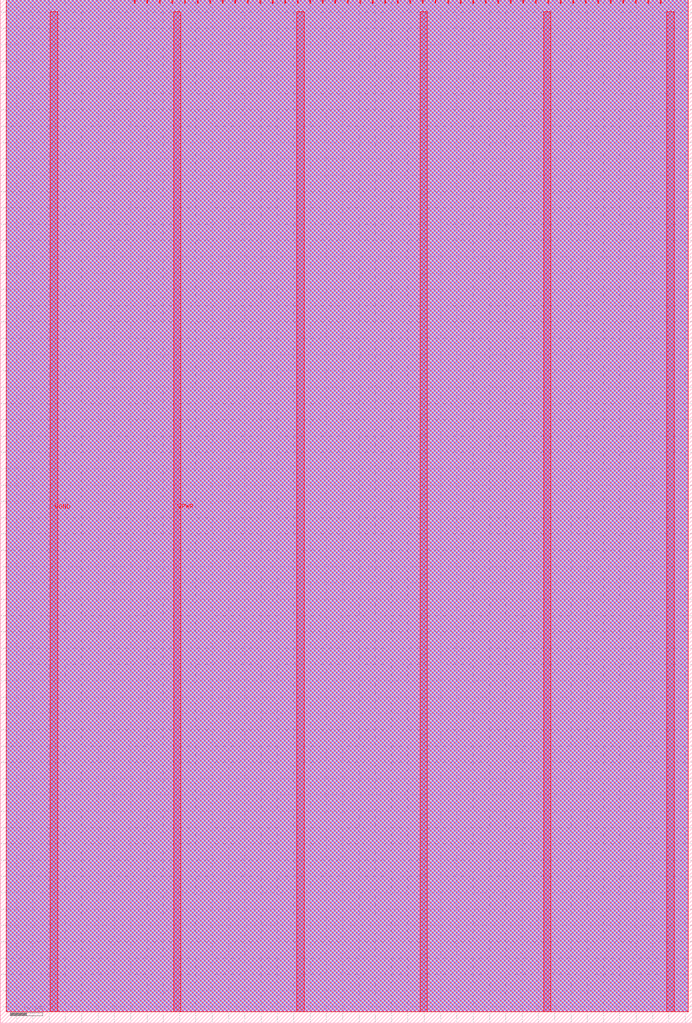
<source format=lef>
VERSION 5.8 ;
BUSBITCHARS "[]" ;
DIVIDERCHAR "/" ;
UNITS
    DATABASE MICRONS 1000 ;
END UNITS

VIA tt_um_rtfb_collatz_via1_2_2200_440_1_5_410_410
  VIARULE via1Array ;
  CUTSIZE 0.19 0.19 ;
  LAYERS Metal1 Via1 Metal2 ;
  CUTSPACING 0.22 0.22 ;
  ENCLOSURE 0.01 0.125 0.05 0.005 ;
  ROWCOL 1 5 ;
END tt_um_rtfb_collatz_via1_2_2200_440_1_5_410_410

VIA tt_um_rtfb_collatz_via2_3_2200_440_1_5_410_410
  VIARULE via2Array ;
  CUTSIZE 0.19 0.19 ;
  LAYERS Metal2 Via2 Metal3 ;
  CUTSPACING 0.22 0.22 ;
  ENCLOSURE 0.05 0.005 0.005 0.05 ;
  ROWCOL 1 5 ;
END tt_um_rtfb_collatz_via2_3_2200_440_1_5_410_410

VIA tt_um_rtfb_collatz_via3_4_2200_440_1_5_410_410
  VIARULE via3Array ;
  CUTSIZE 0.19 0.19 ;
  LAYERS Metal3 Via3 Metal4 ;
  CUTSPACING 0.22 0.22 ;
  ENCLOSURE 0.005 0.05 0.05 0.005 ;
  ROWCOL 1 5 ;
END tt_um_rtfb_collatz_via3_4_2200_440_1_5_410_410

VIA tt_um_rtfb_collatz_via4_5_2200_440_1_5_410_410
  VIARULE via4Array ;
  CUTSIZE 0.19 0.19 ;
  LAYERS Metal4 Via4 Metal5 ;
  CUTSPACING 0.22 0.22 ;
  ENCLOSURE 0.05 0.005 0.185 0.05 ;
  ROWCOL 1 5 ;
END tt_um_rtfb_collatz_via4_5_2200_440_1_5_410_410

MACRO tt_um_rtfb_collatz
  FOREIGN tt_um_rtfb_collatz 0 0 ;
  CLASS BLOCK ;
  SIZE 212.16 BY 313.74 ;
  PIN clk
    DIRECTION INPUT ;
    USE SIGNAL ;
    PORT
      LAYER Metal5 ;
        RECT  198.57 312.74 198.87 313.74 ;
    END
  END clk
  PIN ena
    DIRECTION INPUT ;
    USE SIGNAL ;
    PORT
      LAYER Metal5 ;
        RECT  202.41 312.74 202.71 313.74 ;
    END
  END ena
  PIN rst_n
    DIRECTION INPUT ;
    USE SIGNAL ;
    PORT
      LAYER Metal5 ;
        RECT  194.73 312.74 195.03 313.74 ;
    END
  END rst_n
  PIN ui_in[0]
    DIRECTION INPUT ;
    USE SIGNAL ;
    PORT
      LAYER Metal5 ;
        RECT  190.89 312.74 191.19 313.74 ;
    END
  END ui_in[0]
  PIN ui_in[1]
    DIRECTION INPUT ;
    USE SIGNAL ;
    PORT
      LAYER Metal5 ;
        RECT  187.05 312.74 187.35 313.74 ;
    END
  END ui_in[1]
  PIN ui_in[2]
    DIRECTION INPUT ;
    USE SIGNAL ;
    PORT
      LAYER Metal5 ;
        RECT  183.21 312.74 183.51 313.74 ;
    END
  END ui_in[2]
  PIN ui_in[3]
    DIRECTION INPUT ;
    USE SIGNAL ;
    PORT
      LAYER Metal5 ;
        RECT  179.37 312.74 179.67 313.74 ;
    END
  END ui_in[3]
  PIN ui_in[4]
    DIRECTION INPUT ;
    USE SIGNAL ;
    PORT
      LAYER Metal5 ;
        RECT  175.53 312.74 175.83 313.74 ;
    END
  END ui_in[4]
  PIN ui_in[5]
    DIRECTION INPUT ;
    USE SIGNAL ;
    PORT
      LAYER Metal5 ;
        RECT  171.69 312.74 171.99 313.74 ;
    END
  END ui_in[5]
  PIN ui_in[6]
    DIRECTION INPUT ;
    USE SIGNAL ;
    PORT
      LAYER Metal5 ;
        RECT  167.85 312.74 168.15 313.74 ;
    END
  END ui_in[6]
  PIN ui_in[7]
    DIRECTION INPUT ;
    USE SIGNAL ;
    PORT
      LAYER Metal5 ;
        RECT  164.01 312.74 164.31 313.74 ;
    END
  END ui_in[7]
  PIN uio_in[0]
    DIRECTION INPUT ;
    USE SIGNAL ;
    PORT
      LAYER Metal5 ;
        RECT  160.17 312.74 160.47 313.74 ;
    END
  END uio_in[0]
  PIN uio_in[1]
    DIRECTION INPUT ;
    USE SIGNAL ;
    PORT
      LAYER Metal5 ;
        RECT  156.33 312.74 156.63 313.74 ;
    END
  END uio_in[1]
  PIN uio_in[2]
    DIRECTION INPUT ;
    USE SIGNAL ;
    PORT
      LAYER Metal5 ;
        RECT  152.49 312.74 152.79 313.74 ;
    END
  END uio_in[2]
  PIN uio_in[3]
    DIRECTION INPUT ;
    USE SIGNAL ;
    PORT
      LAYER Metal5 ;
        RECT  148.65 312.74 148.95 313.74 ;
    END
  END uio_in[3]
  PIN uio_in[4]
    DIRECTION INPUT ;
    USE SIGNAL ;
    PORT
      LAYER Metal5 ;
        RECT  144.81 312.74 145.11 313.74 ;
    END
  END uio_in[4]
  PIN uio_in[5]
    DIRECTION INPUT ;
    USE SIGNAL ;
    PORT
      LAYER Metal5 ;
        RECT  140.97 312.74 141.27 313.74 ;
    END
  END uio_in[5]
  PIN uio_in[6]
    DIRECTION INPUT ;
    USE SIGNAL ;
    PORT
      LAYER Metal5 ;
        RECT  137.13 312.74 137.43 313.74 ;
    END
  END uio_in[6]
  PIN uio_in[7]
    DIRECTION INPUT ;
    USE SIGNAL ;
    PORT
      LAYER Metal5 ;
        RECT  133.29 312.74 133.59 313.74 ;
    END
  END uio_in[7]
  PIN uio_oe[0]
    DIRECTION OUTPUT ;
    USE SIGNAL ;
    PORT
      LAYER Metal5 ;
        RECT  68.01 312.74 68.31 313.74 ;
    END
  END uio_oe[0]
  PIN uio_oe[1]
    DIRECTION OUTPUT ;
    USE SIGNAL ;
    PORT
      LAYER Metal5 ;
        RECT  64.17 312.74 64.47 313.74 ;
    END
  END uio_oe[1]
  PIN uio_oe[2]
    DIRECTION OUTPUT ;
    USE SIGNAL ;
    PORT
      LAYER Metal5 ;
        RECT  60.33 312.74 60.63 313.74 ;
    END
  END uio_oe[2]
  PIN uio_oe[3]
    DIRECTION OUTPUT ;
    USE SIGNAL ;
    PORT
      LAYER Metal5 ;
        RECT  56.49 312.74 56.79 313.74 ;
    END
  END uio_oe[3]
  PIN uio_oe[4]
    DIRECTION OUTPUT ;
    USE SIGNAL ;
    PORT
      LAYER Metal5 ;
        RECT  52.65 312.74 52.95 313.74 ;
    END
  END uio_oe[4]
  PIN uio_oe[5]
    DIRECTION OUTPUT ;
    USE SIGNAL ;
    PORT
      LAYER Metal5 ;
        RECT  48.81 312.74 49.11 313.74 ;
    END
  END uio_oe[5]
  PIN uio_oe[6]
    DIRECTION OUTPUT ;
    USE SIGNAL ;
    PORT
      LAYER Metal5 ;
        RECT  44.97 312.74 45.27 313.74 ;
    END
  END uio_oe[6]
  PIN uio_oe[7]
    DIRECTION OUTPUT ;
    USE SIGNAL ;
    PORT
      LAYER Metal5 ;
        RECT  41.13 312.74 41.43 313.74 ;
    END
  END uio_oe[7]
  PIN uio_out[0]
    DIRECTION OUTPUT ;
    USE SIGNAL ;
    PORT
      LAYER Metal5 ;
        RECT  98.73 312.74 99.03 313.74 ;
    END
  END uio_out[0]
  PIN uio_out[1]
    DIRECTION OUTPUT ;
    USE SIGNAL ;
    PORT
      LAYER Metal5 ;
        RECT  94.89 312.74 95.19 313.74 ;
    END
  END uio_out[1]
  PIN uio_out[2]
    DIRECTION OUTPUT ;
    USE SIGNAL ;
    PORT
      LAYER Metal5 ;
        RECT  91.05 312.74 91.35 313.74 ;
    END
  END uio_out[2]
  PIN uio_out[3]
    DIRECTION OUTPUT ;
    USE SIGNAL ;
    PORT
      LAYER Metal5 ;
        RECT  87.21 312.74 87.51 313.74 ;
    END
  END uio_out[3]
  PIN uio_out[4]
    DIRECTION OUTPUT ;
    USE SIGNAL ;
    PORT
      LAYER Metal5 ;
        RECT  83.37 312.74 83.67 313.74 ;
    END
  END uio_out[4]
  PIN uio_out[5]
    DIRECTION OUTPUT ;
    USE SIGNAL ;
    PORT
      LAYER Metal5 ;
        RECT  79.53 312.74 79.83 313.74 ;
    END
  END uio_out[5]
  PIN uio_out[6]
    DIRECTION OUTPUT ;
    USE SIGNAL ;
    PORT
      LAYER Metal5 ;
        RECT  75.69 312.74 75.99 313.74 ;
    END
  END uio_out[6]
  PIN uio_out[7]
    DIRECTION OUTPUT ;
    USE SIGNAL ;
    PORT
      LAYER Metal5 ;
        RECT  71.85 312.74 72.15 313.74 ;
    END
  END uio_out[7]
  PIN uo_out[0]
    DIRECTION OUTPUT ;
    USE SIGNAL ;
    PORT
      LAYER Metal5 ;
        RECT  129.45 312.74 129.75 313.74 ;
    END
  END uo_out[0]
  PIN uo_out[1]
    DIRECTION OUTPUT ;
    USE SIGNAL ;
    PORT
      LAYER Metal5 ;
        RECT  125.61 312.74 125.91 313.74 ;
    END
  END uo_out[1]
  PIN uo_out[2]
    DIRECTION OUTPUT ;
    USE SIGNAL ;
    PORT
      LAYER Metal5 ;
        RECT  121.77 312.74 122.07 313.74 ;
    END
  END uo_out[2]
  PIN uo_out[3]
    DIRECTION OUTPUT ;
    USE SIGNAL ;
    PORT
      LAYER Metal5 ;
        RECT  117.93 312.74 118.23 313.74 ;
    END
  END uo_out[3]
  PIN uo_out[4]
    DIRECTION OUTPUT ;
    USE SIGNAL ;
    PORT
      LAYER Metal5 ;
        RECT  114.09 312.74 114.39 313.74 ;
    END
  END uo_out[4]
  PIN uo_out[5]
    DIRECTION OUTPUT ;
    USE SIGNAL ;
    PORT
      LAYER Metal5 ;
        RECT  110.25 312.74 110.55 313.74 ;
    END
  END uo_out[5]
  PIN uo_out[6]
    DIRECTION OUTPUT ;
    USE SIGNAL ;
    PORT
      LAYER Metal5 ;
        RECT  106.41 312.74 106.71 313.74 ;
    END
  END uo_out[6]
  PIN uo_out[7]
    DIRECTION OUTPUT ;
    USE SIGNAL ;
    PORT
      LAYER Metal5 ;
        RECT  102.57 312.74 102.87 313.74 ;
    END
  END uo_out[7]
  PIN VGND
    DIRECTION INOUT ;
    USE GROUND ;
    PORT
      LAYER Metal5 ;
        RECT  166.58 3.56 168.78 310.18 ;
        RECT  90.98 3.56 93.18 310.18 ;
        RECT  15.38 3.56 17.58 310.18 ;
    END
  END VGND
  PIN VPWR
    DIRECTION INOUT ;
    USE POWER ;
    PORT
      LAYER Metal5 ;
        RECT  204.38 3.56 206.58 310.18 ;
        RECT  128.78 3.56 130.98 310.18 ;
        RECT  53.18 3.56 55.38 310.18 ;
    END
  END VPWR
  OBS
    LAYER Metal1 ;
     RECT  1.775 3.56 210.865 313.74 ;
    LAYER Metal2 ;
     RECT  1.775 3.56 210.865 313.74 ;
    LAYER Metal3 ;
     RECT  1.775 3.56 210.865 313.74 ;
    LAYER Metal4 ;
     RECT  1.775 3.56 210.865 313.74 ;
    LAYER Metal5 ;
     RECT  1.775 3.56 210.865 313.74 ;
  END
END tt_um_rtfb_collatz
END LIBRARY

</source>
